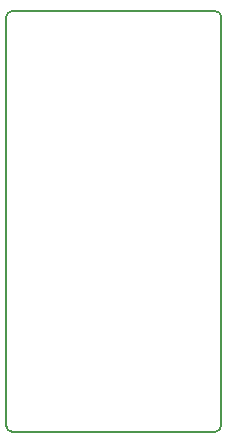
<source format=gbr>
G04 DipTrace 3.3.1.1*
G04 BoardOutline.gbr*
%MOIN*%
G04 #@! TF.FileFunction,Profile*
G04 #@! TF.Part,Single*
%ADD11C,0.005512*%
%FSLAX26Y26*%
G04*
G70*
G90*
G75*
G01*
G04 BoardOutline*
%LPD*%
X20866Y-3543D2*
D11*
X698031D1*
G03X717717Y16142I2J19683D01*
G01*
Y1378346D1*
G03X698031Y1398031I-19683J2D01*
G01*
X20866D1*
G03X1181Y1378346I-2J-19683D01*
G01*
Y16142D1*
G03X20866Y-3543I19683J-2D01*
G01*
M02*

</source>
